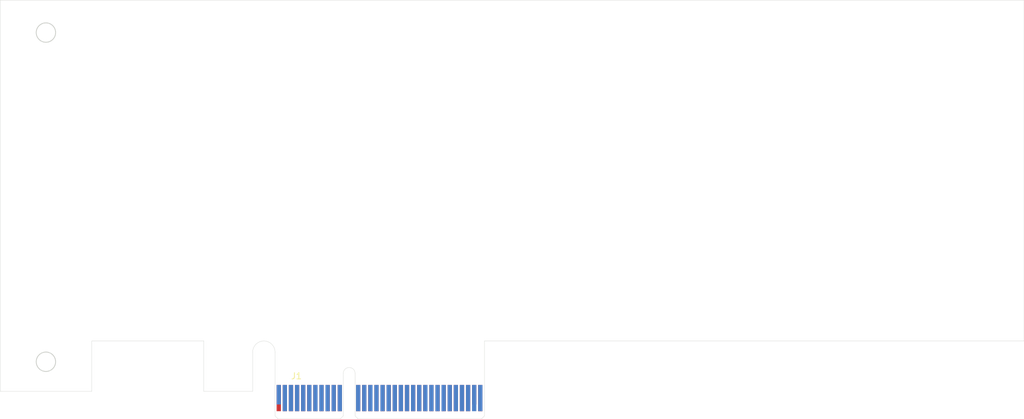
<source format=kicad_pcb>
(kicad_pcb (version 20171130) (host pcbnew "(5.1.10)-1")

  (general
    (thickness 1.6)
    (drawings 30)
    (tracks 0)
    (zones 0)
    (modules 1)
    (nets 46)
  )

  (page A4)
  (layers
    (0 F.Cu signal)
    (31 B.Cu signal)
    (32 B.Adhes user)
    (33 F.Adhes user)
    (34 B.Paste user)
    (35 F.Paste user)
    (36 B.SilkS user)
    (37 F.SilkS user)
    (38 B.Mask user)
    (39 F.Mask user)
    (40 Dwgs.User user hide)
    (41 Cmts.User user)
    (42 Eco1.User user)
    (43 Eco2.User user)
    (44 Edge.Cuts user)
    (45 Margin user)
    (46 B.CrtYd user)
    (47 F.CrtYd user hide)
    (48 B.Fab user)
    (49 F.Fab user)
  )

  (setup
    (last_trace_width 0.25)
    (trace_clearance 0.2)
    (zone_clearance 0.508)
    (zone_45_only no)
    (trace_min 0.2)
    (via_size 0.8)
    (via_drill 0.4)
    (via_min_size 0.4)
    (via_min_drill 0.3)
    (uvia_size 0.3)
    (uvia_drill 0.1)
    (uvias_allowed no)
    (uvia_min_size 0.2)
    (uvia_min_drill 0.1)
    (edge_width 0.05)
    (segment_width 0.2)
    (pcb_text_width 0.3)
    (pcb_text_size 1.5 1.5)
    (mod_edge_width 0.12)
    (mod_text_size 1 1)
    (mod_text_width 0.15)
    (pad_size 1.524 1.524)
    (pad_drill 0.762)
    (pad_to_mask_clearance 0)
    (aux_axis_origin 63.5 127)
    (grid_origin 63.5 127)
    (visible_elements 7FFFFFFF)
    (pcbplotparams
      (layerselection 0x010fc_ffffffff)
      (usegerberextensions false)
      (usegerberattributes true)
      (usegerberadvancedattributes true)
      (creategerberjobfile true)
      (excludeedgelayer true)
      (linewidth 0.100000)
      (plotframeref false)
      (viasonmask false)
      (mode 1)
      (useauxorigin false)
      (hpglpennumber 1)
      (hpglpenspeed 20)
      (hpglpendiameter 15.000000)
      (psnegative false)
      (psa4output false)
      (plotreference true)
      (plotvalue true)
      (plotinvisibletext false)
      (padsonsilk false)
      (subtractmaskfromsilk false)
      (outputformat 1)
      (mirror false)
      (drillshape 1)
      (scaleselection 1)
      (outputdirectory ""))
  )

  (net 0 "")
  (net 1 "Net-(J1-PadB8)")
  (net 2 GND)
  (net 3 "Net-(J1-PadA7)")
  (net 4 "Net-(J1-PadB14)")
  (net 5 "Net-(J1-PadB2)")
  (net 6 "Net-(J1-PadA12)")
  (net 7 "Net-(J1-PadA8)")
  (net 8 "Net-(J1-PadA6)")
  (net 9 "Net-(J1-PadB5)")
  (net 10 "Net-(J1-PadA16)")
  (net 11 "Net-(J1-PadB27)")
  (net 12 "Net-(J1-PadB9)")
  (net 13 "Net-(J1-PadB15)")
  (net 14 "Net-(J1-PadB12)")
  (net 15 "Net-(J1-PadB19)")
  (net 16 "Net-(J1-PadA10)")
  (net 17 "Net-(J1-PadB24)")
  (net 18 "Net-(J1-PadA1)")
  (net 19 "Net-(J1-PadB20)")
  (net 20 "Net-(J1-PadA22)")
  (net 21 "Net-(J1-PadB28)")
  (net 22 "Net-(J1-PadA29)")
  (net 23 "Net-(J1-PadA11)")
  (net 24 "Net-(J1-PadB30)")
  (net 25 "Net-(J1-PadA3)")
  (net 26 "Net-(J1-PadA30)")
  (net 27 "Net-(J1-PadB11)")
  (net 28 "Net-(J1-PadB3)")
  (net 29 "Net-(J1-PadA32)")
  (net 30 "Net-(J1-PadA14)")
  (net 31 "Net-(J1-PadB1)")
  (net 32 "Net-(J1-PadA5)")
  (net 33 "Net-(J1-PadA17)")
  (net 34 "Net-(J1-PadB17)")
  (net 35 "Net-(J1-PadA13)")
  (net 36 "Net-(J1-PadA2)")
  (net 37 "Net-(J1-PadA9)")
  (net 38 "Net-(J1-PadB6)")
  (net 39 "Net-(J1-PadB23)")
  (net 40 "Net-(J1-PadA19)")
  (net 41 "Net-(J1-PadA21)")
  (net 42 "Net-(J1-PadB31)")
  (net 43 "Net-(J1-PadA25)")
  (net 44 "Net-(J1-PadA26)")
  (net 45 "Net-(J1-PadB10)")

  (net_class Default "This is the default net class."
    (clearance 0.2)
    (trace_width 0.25)
    (via_dia 0.8)
    (via_drill 0.4)
    (uvia_dia 0.3)
    (uvia_drill 0.1)
    (add_net GND)
    (add_net "Net-(J1-PadA1)")
    (add_net "Net-(J1-PadA10)")
    (add_net "Net-(J1-PadA11)")
    (add_net "Net-(J1-PadA12)")
    (add_net "Net-(J1-PadA13)")
    (add_net "Net-(J1-PadA14)")
    (add_net "Net-(J1-PadA16)")
    (add_net "Net-(J1-PadA17)")
    (add_net "Net-(J1-PadA19)")
    (add_net "Net-(J1-PadA2)")
    (add_net "Net-(J1-PadA21)")
    (add_net "Net-(J1-PadA22)")
    (add_net "Net-(J1-PadA25)")
    (add_net "Net-(J1-PadA26)")
    (add_net "Net-(J1-PadA29)")
    (add_net "Net-(J1-PadA3)")
    (add_net "Net-(J1-PadA30)")
    (add_net "Net-(J1-PadA32)")
    (add_net "Net-(J1-PadA5)")
    (add_net "Net-(J1-PadA6)")
    (add_net "Net-(J1-PadA7)")
    (add_net "Net-(J1-PadA8)")
    (add_net "Net-(J1-PadA9)")
    (add_net "Net-(J1-PadB1)")
    (add_net "Net-(J1-PadB10)")
    (add_net "Net-(J1-PadB11)")
    (add_net "Net-(J1-PadB12)")
    (add_net "Net-(J1-PadB14)")
    (add_net "Net-(J1-PadB15)")
    (add_net "Net-(J1-PadB17)")
    (add_net "Net-(J1-PadB19)")
    (add_net "Net-(J1-PadB2)")
    (add_net "Net-(J1-PadB20)")
    (add_net "Net-(J1-PadB23)")
    (add_net "Net-(J1-PadB24)")
    (add_net "Net-(J1-PadB27)")
    (add_net "Net-(J1-PadB28)")
    (add_net "Net-(J1-PadB3)")
    (add_net "Net-(J1-PadB30)")
    (add_net "Net-(J1-PadB31)")
    (add_net "Net-(J1-PadB5)")
    (add_net "Net-(J1-PadB6)")
    (add_net "Net-(J1-PadB8)")
    (add_net "Net-(J1-PadB9)")
  )

  (module Shulltronics_Connectors:xxxx_PCIe_card_x4 (layer F.Cu) (tedit 6213F91E) (tstamp 62145440)
    (at 109.1184 123.571)
    (path /6214460B)
    (fp_text reference J1 (at 2.9 -3.6) (layer F.SilkS)
      (effects (font (size 1 1) (thickness 0.15)))
    )
    (fp_text value xxxx_PCIe_card_x4 (at 8.3 -6.4) (layer F.Fab)
      (effects (font (size 1 1) (thickness 0.15)))
    )
    (fp_text user "PCB Thickness 1.57 mm" (at 5 2.8 180) (layer Cmts.User)
      (effects (font (size 0.5 0.5) (thickness 0.1)))
    )
    (fp_text user %R (at 16 -3.5) (layer F.Fab)
      (effects (font (size 1 1) (thickness 0.15)))
    )
    (fp_line (start -0.9906 3.429) (end -0.9906 2.667) (layer Dwgs.User) (width 0.0635))
    (fp_line (start -0.9906 3.429) (end 33.9852 3.429) (layer Dwgs.User) (width 0.0635))
    (fp_line (start 33.9852 3.429) (end 33.9852 2.667) (layer Dwgs.User) (width 0.0635))
    (pad B10 connect rect (at 9 0) (size 0.7 4.3) (layers F.Cu F.Mask)
      (net 45 "Net-(J1-PadB10)"))
    (pad A4 connect rect (at 3 0) (size 0.7 4.3) (layers B.Cu B.Mask)
      (net 2 GND))
    (pad A26 connect rect (at 27 0) (size 0.7 4.3) (layers B.Cu B.Mask)
      (net 44 "Net-(J1-PadA26)"))
    (pad B4 connect rect (at 3 0) (size 0.7 4.3) (layers F.Cu F.Mask)
      (net 2 GND))
    (pad A25 connect rect (at 26 0) (size 0.7 4.3) (layers B.Cu B.Mask)
      (net 43 "Net-(J1-PadA25)"))
    (pad A23 connect rect (at 24 0) (size 0.7 4.3) (layers B.Cu B.Mask)
      (net 2 GND))
    (pad B31 connect rect (at 32 -0.55) (size 0.7 3.2) (layers F.Cu F.Mask)
      (net 42 "Net-(J1-PadB31)"))
    (pad A21 connect rect (at 22 0) (size 0.7 4.3) (layers B.Cu B.Mask)
      (net 41 "Net-(J1-PadA21)"))
    (pad A19 connect rect (at 20 0) (size 0.7 4.3) (layers B.Cu B.Mask)
      (net 40 "Net-(J1-PadA19)"))
    (pad B26 connect rect (at 27 0) (size 0.7 4.3) (layers F.Cu F.Mask)
      (net 2 GND))
    (pad B23 connect rect (at 24 0) (size 0.7 4.3) (layers F.Cu F.Mask)
      (net 39 "Net-(J1-PadB23)"))
    (pad B6 connect rect (at 5 0) (size 0.7 4.3) (layers F.Cu F.Mask)
      (net 38 "Net-(J1-PadB6)"))
    (pad A9 connect rect (at 8 0) (size 0.7 4.3) (layers B.Cu B.Mask)
      (net 37 "Net-(J1-PadA9)"))
    (pad A2 connect rect (at 1 0) (size 0.7 4.3) (layers B.Cu B.Mask)
      (net 36 "Net-(J1-PadA2)"))
    (pad A13 connect rect (at 14 0) (size 0.7 4.3) (layers B.Cu B.Mask)
      (net 35 "Net-(J1-PadA13)"))
    (pad B21 connect rect (at 22 0) (size 0.7 4.3) (layers F.Cu F.Mask)
      (net 2 GND))
    (pad B17 connect rect (at 18 0) (size 0.7 4.3) (layers F.Cu F.Mask)
      (net 34 "Net-(J1-PadB17)"))
    (pad A17 connect rect (at 18 0) (size 0.7 4.3) (layers B.Cu B.Mask)
      (net 33 "Net-(J1-PadA17)"))
    (pad A5 connect rect (at 4 0) (size 0.7 4.3) (layers B.Cu B.Mask)
      (net 32 "Net-(J1-PadA5)"))
    (pad A20 connect rect (at 21 0) (size 0.7 4.3) (layers B.Cu B.Mask)
      (net 2 GND))
    (pad B1 connect rect (at 0 0) (size 0.7 4.3) (layers F.Cu F.Mask)
      (net 31 "Net-(J1-PadB1)"))
    (pad B32 connect rect (at 33 0) (size 0.7 4.3) (layers F.Cu F.Mask)
      (net 2 GND))
    (pad A14 connect rect (at 15 0) (size 0.7 4.3) (layers B.Cu B.Mask)
      (net 30 "Net-(J1-PadA14)"))
    (pad A32 connect rect (at 33 0) (size 0.7 4.3) (layers B.Cu B.Mask)
      (net 29 "Net-(J1-PadA32)"))
    (pad B3 connect rect (at 2 0) (size 0.7 4.3) (layers F.Cu F.Mask)
      (net 28 "Net-(J1-PadB3)"))
    (pad B11 connect rect (at 10 0) (size 0.7 4.3) (layers F.Cu F.Mask)
      (net 27 "Net-(J1-PadB11)"))
    (pad A31 connect rect (at 32 0) (size 0.7 4.3) (layers B.Cu B.Mask)
      (net 2 GND))
    (pad A30 connect rect (at 31 0) (size 0.7 4.3) (layers B.Cu B.Mask)
      (net 26 "Net-(J1-PadA30)"))
    (pad A3 connect rect (at 2 0) (size 0.7 4.3) (layers B.Cu B.Mask)
      (net 25 "Net-(J1-PadA3)"))
    (pad B30 connect rect (at 31 0) (size 0.7 4.3) (layers F.Cu F.Mask)
      (net 24 "Net-(J1-PadB30)"))
    (pad A11 connect rect (at 10 0) (size 0.7 4.3) (layers B.Cu B.Mask)
      (net 23 "Net-(J1-PadA11)"))
    (pad A29 connect rect (at 30 0) (size 0.7 4.3) (layers B.Cu B.Mask)
      (net 22 "Net-(J1-PadA29)"))
    (pad A27 connect rect (at 28 0) (size 0.7 4.3) (layers B.Cu B.Mask)
      (net 2 GND))
    (pad A24 connect rect (at 25 0) (size 0.7 4.3) (layers B.Cu B.Mask)
      (net 2 GND))
    (pad B28 connect rect (at 29 0) (size 0.7 4.3) (layers F.Cu F.Mask)
      (net 21 "Net-(J1-PadB28)"))
    (pad A22 connect rect (at 23 0) (size 0.7 4.3) (layers B.Cu B.Mask)
      (net 20 "Net-(J1-PadA22)"))
    (pad B20 connect rect (at 21 0) (size 0.7 4.3) (layers F.Cu F.Mask)
      (net 19 "Net-(J1-PadB20)"))
    (pad A1 connect rect (at 0 -0.55) (size 0.7 3.2) (layers B.Cu B.Mask)
      (net 18 "Net-(J1-PadA1)"))
    (pad B24 connect rect (at 25 0) (size 0.7 4.3) (layers F.Cu F.Mask)
      (net 17 "Net-(J1-PadB24)"))
    (pad A10 connect rect (at 9 0) (size 0.7 4.3) (layers B.Cu B.Mask)
      (net 16 "Net-(J1-PadA10)"))
    (pad B19 connect rect (at 20 0) (size 0.7 4.3) (layers F.Cu F.Mask)
      (net 15 "Net-(J1-PadB19)"))
    (pad B12 connect rect (at 13 0) (size 0.7 4.3) (layers F.Cu F.Mask)
      (net 14 "Net-(J1-PadB12)"))
    (pad B7 connect rect (at 6 0) (size 0.7 4.3) (layers F.Cu F.Mask)
      (net 2 GND))
    (pad B15 connect rect (at 16 0) (size 0.7 4.3) (layers F.Cu F.Mask)
      (net 13 "Net-(J1-PadB15)"))
    (pad B18 connect rect (at 19 0) (size 0.7 4.3) (layers F.Cu F.Mask)
      (net 2 GND))
    (pad A18 connect rect (at 19 0) (size 0.7 4.3) (layers B.Cu B.Mask)
      (net 2 GND))
    (pad B29 connect rect (at 30 0) (size 0.7 4.3) (layers F.Cu F.Mask)
      (net 2 GND))
    (pad B9 connect rect (at 8 0) (size 0.7 4.3) (layers F.Cu F.Mask)
      (net 12 "Net-(J1-PadB9)"))
    (pad B27 connect rect (at 28 0) (size 0.7 4.3) (layers F.Cu F.Mask)
      (net 11 "Net-(J1-PadB27)"))
    (pad B16 connect rect (at 17 0) (size 0.7 4.3) (layers F.Cu F.Mask)
      (net 2 GND))
    (pad B25 connect rect (at 26 0) (size 0.7 4.3) (layers F.Cu F.Mask)
      (net 2 GND))
    (pad A16 connect rect (at 17 0) (size 0.7 4.3) (layers B.Cu B.Mask)
      (net 10 "Net-(J1-PadA16)"))
    (pad B22 connect rect (at 23 0) (size 0.7 4.3) (layers F.Cu F.Mask)
      (net 2 GND))
    (pad B13 connect rect (at 14 0) (size 0.7 4.3) (layers F.Cu F.Mask)
      (net 2 GND))
    (pad B5 connect rect (at 4 0) (size 0.7 4.3) (layers F.Cu F.Mask)
      (net 9 "Net-(J1-PadB5)"))
    (pad A6 connect rect (at 5 0) (size 0.7 4.3) (layers B.Cu B.Mask)
      (net 8 "Net-(J1-PadA6)"))
    (pad A8 connect rect (at 7 0) (size 0.7 4.3) (layers B.Cu B.Mask)
      (net 7 "Net-(J1-PadA8)"))
    (pad A12 connect rect (at 13 0) (size 0.7 4.3) (layers B.Cu B.Mask)
      (net 6 "Net-(J1-PadA12)"))
    (pad B2 connect rect (at 1 0) (size 0.7 4.3) (layers F.Cu F.Mask)
      (net 5 "Net-(J1-PadB2)"))
    (pad B14 connect rect (at 15 0) (size 0.7 4.3) (layers F.Cu F.Mask)
      (net 4 "Net-(J1-PadB14)"))
    (pad A15 connect rect (at 16 0) (size 0.7 4.3) (layers B.Cu B.Mask)
      (net 2 GND))
    (pad A7 connect rect (at 6 0) (size 0.7 4.3) (layers B.Cu B.Mask)
      (net 3 "Net-(J1-PadA7)"))
    (pad A28 connect rect (at 29 0) (size 0.7 4.3) (layers B.Cu B.Mask)
      (net 2 GND))
    (pad B8 connect rect (at 7 0) (size 0.7 4.3) (layers F.Cu F.Mask)
      (net 1 "Net-(J1-PadB8)"))
  )

  (gr_line (start 142.2908 127) (end 142.7988 126.492) (layer Edge.Cuts) (width 0.05))
  (gr_line (start 231.14 114.2238) (end 231.14 58.42) (layer Edge.Cuts) (width 0.05) (tstamp 6213D659))
  (gr_line (start 142.7988 114.2238) (end 231.14 114.2238) (layer Edge.Cuts) (width 0.05))
  (gr_line (start 142.7988 126.492) (end 142.7988 114.2238) (layer Edge.Cuts) (width 0.05))
  (gr_line (start 142.2908 127) (end 122.1232 127) (layer Edge.Cuts) (width 0.05) (tstamp 6213D57F))
  (gr_line (start 121.6152 126.492) (end 122.1232 127) (layer Edge.Cuts) (width 0.05))
  (gr_line (start 119.1768 127) (end 119.6848 126.492) (layer Edge.Cuts) (width 0.05))
  (gr_line (start 109.0168 127) (end 108.5088 126.492) (layer Edge.Cuts) (width 0.05))
  (gr_line (start 104.8512 122.4788) (end 96.8502 122.4788) (layer Edge.Cuts) (width 0.05) (tstamp 6213CEB2))
  (gr_line (start 104.8512 116.0526) (end 104.8512 122.4788) (layer Edge.Cuts) (width 0.05))
  (gr_arc (start 106.68 116.0526) (end 108.5088 116.0526) (angle -180) (layer Edge.Cuts) (width 0.05))
  (gr_line (start 96.8502 122.4788) (end 96.8502 114.2238) (layer Edge.Cuts) (width 0.05))
  (gr_line (start 108.5088 126.492) (end 108.5088 116.0526) (layer Edge.Cuts) (width 0.05))
  (gr_line (start 119.1768 127) (end 109.0168 127) (layer Edge.Cuts) (width 0.05))
  (gr_arc (start 120.65 119.5324) (end 121.6152 119.5324) (angle -180) (layer Edge.Cuts) (width 0.05))
  (gr_line (start 121.6152 119.5324) (end 121.6152 126.492) (layer Edge.Cuts) (width 0.05))
  (gr_line (start 119.6848 126.492) (end 119.6848 119.5324) (layer Edge.Cuts) (width 0.05))
  (gr_circle (center 70.993 63.7286) (end 72.5805 63.7286) (layer Edge.Cuts) (width 0.15) (tstamp 6213C90C))
  (gr_circle (center 70.993 117.6274) (end 72.5805 117.6274) (layer Edge.Cuts) (width 0.15))
  (gr_line (start 120.65 127) (end 120.65 110.7186) (layer Dwgs.User) (width 0.15))
  (dimension 15.0114 (width 0.15) (layer Dwgs.User)
    (gr_text "0.5910 in" (at 71.0057 131.0178) (layer Dwgs.User)
      (effects (font (size 1 1) (thickness 0.15)))
    )
    (feature1 (pts (xy 63.5 122.4788) (xy 63.5 130.304221)))
    (feature2 (pts (xy 78.5114 122.4788) (xy 78.5114 130.304221)))
    (crossbar (pts (xy 78.5114 129.7178) (xy 63.5 129.7178)))
    (arrow1a (pts (xy 63.5 129.7178) (xy 64.626504 129.131379)))
    (arrow1b (pts (xy 63.5 129.7178) (xy 64.626504 130.304221)))
    (arrow2a (pts (xy 78.5114 129.7178) (xy 77.384896 129.131379)))
    (arrow2b (pts (xy 78.5114 129.7178) (xy 77.384896 130.304221)))
  )
  (gr_line (start 63.5 58.42) (end 231.14 58.42) (layer Edge.Cuts) (width 0.05))
  (gr_line (start 63.5 122.4788) (end 63.5 58.42) (layer Edge.Cuts) (width 0.05))
  (gr_line (start 78.5114 114.2238) (end 96.8502 114.2238) (layer Edge.Cuts) (width 0.05))
  (gr_line (start 78.5114 122.4788) (end 78.5114 114.2238) (layer Edge.Cuts) (width 0.05))
  (gr_line (start 63.5 122.4788) (end 78.5114 122.4788) (layer Edge.Cuts) (width 0.05))
  (gr_line (start 63.5 58.42) (end 63.5 127) (layer Dwgs.User) (width 0.15) (tstamp 6213B515))
  (gr_line (start 231.14 58.42) (end 63.5 58.42) (layer Dwgs.User) (width 0.15))
  (gr_line (start 231.14 127) (end 231.14 58.42) (layer Dwgs.User) (width 0.15))
  (gr_line (start 63.5 127) (end 231.14 127) (layer Dwgs.User) (width 0.15))

)

</source>
